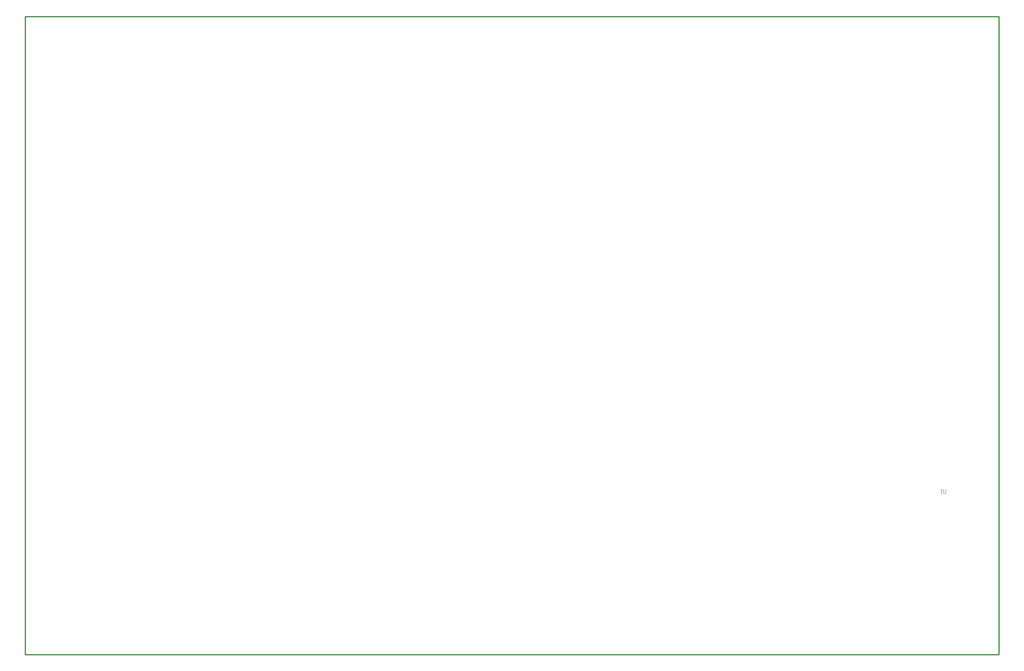
<source format=gbr>
%TF.GenerationSoftware,Altium Limited,Altium Designer,21.6.4 (81)*%
G04 Layer_Color=16711935*
%FSLAX43Y43*%
%MOMM*%
%TF.SameCoordinates,5D8205C6-A8A5-4108-8313-488A8EE5113E*%
%TF.FilePolarity,Positive*%
%TF.FileFunction,Other,Mechanical_1*%
%TF.Part,Single*%
G01*
G75*
%TA.AperFunction,NonConductor*%
%ADD84C,0.254*%
%ADD117C,0.100*%
D84*
X29718Y42799D02*
X229743D01*
X29718Y173990D02*
X229743D01*
Y42799D02*
Y173990D01*
X29718Y42799D02*
Y173990D01*
D117*
X218821Y76746D02*
Y76079D01*
X218688Y75946D01*
X218421D01*
X218288Y76079D01*
Y76746D01*
X218021Y75946D02*
X217755D01*
X217888D01*
Y76746D01*
X218021Y76612D01*
%TF.MD5,3cb17684828268b0380cde2dc855c755*%
M02*

</source>
